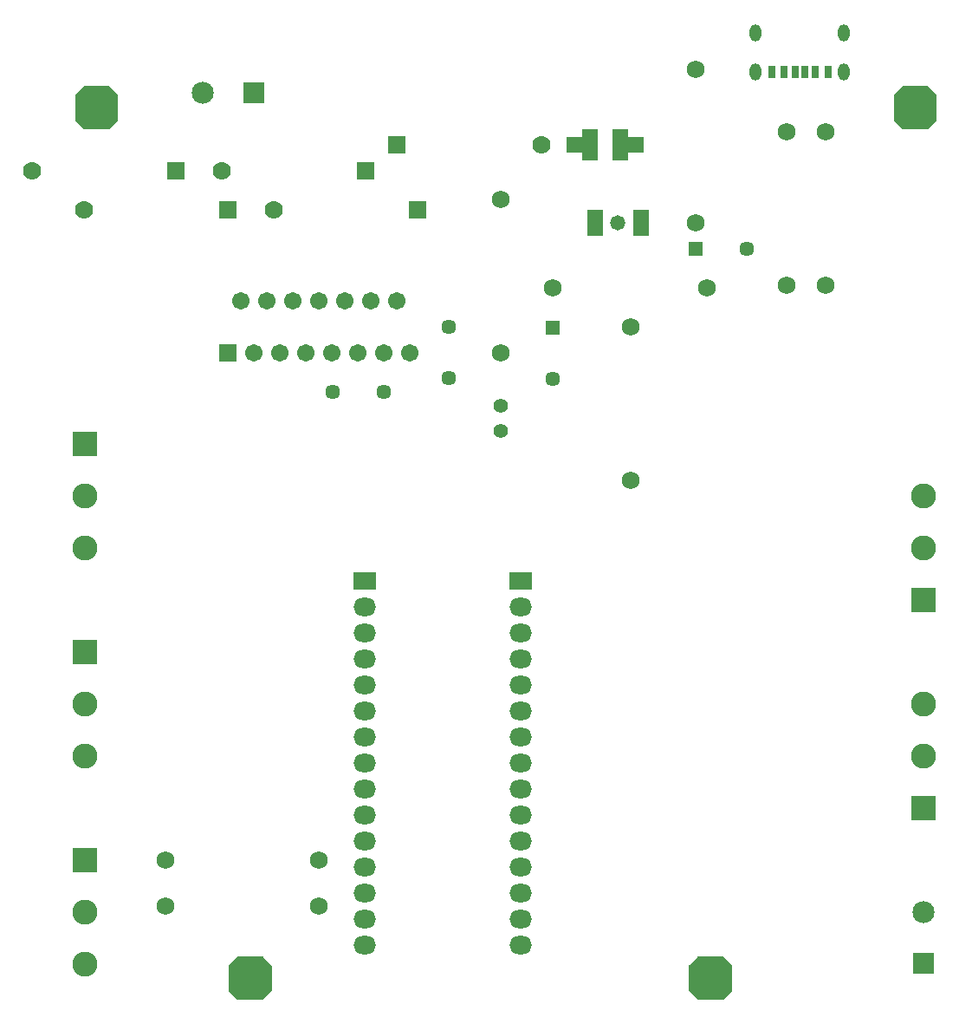
<source format=gts>
%FSLAX66Y66*%
%MOIN*%
%SFA1B1*%

%IPPOS*%
%AMD22*
4,1,8,0.000000,-0.033500,0.000000,-0.033500,0.021700,-0.011800,0.021700,0.011800,0.000000,0.033500,0.000000,0.033500,-0.021700,0.011800,-0.021700,-0.011800,0.000000,-0.033500,0.0*
1,1,0.043307,0.000000,-0.011800*
1,1,0.043307,0.000000,-0.011800*
1,1,0.043307,0.000000,0.011800*
1,1,0.043307,0.000000,0.011800*
%
%ADD17R,0.031496X0.047244*%
%ADD18R,0.029921X0.047244*%
%ADD19R,0.027559X0.047244*%
%ADD20C,0.063114*%
%ADD21R,0.064102X0.019811*%
G04~CAMADD=22~8~0.0~0.0~433.1~669.3~216.5~0.0~15~0.0~0.0~0.0~0.0~0~0.0~0.0~0.0~0.0~0~0.0~0.0~0.0~180.0~434.0~669.0*
%ADD22D22*%
%ADD23O,0.086740X0.070992*%
%ADD24R,0.086740X0.070992*%
%ADD25C,0.057212*%
%ADD26R,0.057212X0.057212*%
%ADD27R,0.067055X0.067055*%
%ADD28C,0.067055*%
%ADD29R,0.070008X0.070008*%
%ADD30C,0.070008*%
%ADD31C,0.068000*%
%ADD32R,0.057212X0.057212*%
%ADD33C,0.055244*%
%ADD34C,0.084771*%
%ADD35R,0.084771X0.084771*%
%ADD36R,0.096582X0.096582*%
%ADD37C,0.096582*%
%ADD38R,0.084771X0.084771*%
%ADD39C,0.058000*%
%LNplatine-1*%
%LPD*%
G36*
X3591074Y3626023D02*
X3591590Y3625921D01*
X3592086Y3625751*
X3592555Y3625519*
X3592992Y3625228*
X3593385Y3624881*
X3624881Y3593385*
X3625228Y3592992*
X3625519Y3592555*
X3625751Y3592086*
X3625921Y3591590*
X3626023Y3591074*
X3626055Y3590551*
Y3496062*
X3626023Y3495539*
X3625921Y3495027*
X3625751Y3494527*
X3625519Y3494059*
X3625228Y3493622*
X3624881Y3493228*
X3593385Y3461732*
X3592992Y3461385*
X3592555Y3461094*
X3592086Y3460862*
X3591590Y3460692*
X3591074Y3460590*
X3590551Y3460559*
X3496062*
X3495539Y3460590*
X3495027Y3460692*
X3494527Y3460862*
X3494059Y3461094*
X3493622Y3461385*
X3493228Y3461732*
X3461732Y3493228*
X3461385Y3493622*
X3461094Y3494059*
X3460862Y3494527*
X3460692Y3495027*
X3460590Y3495539*
X3460559Y3496062*
Y3590551*
X3460590Y3591074*
X3460692Y3591590*
X3460862Y3592086*
X3461094Y3592555*
X3461385Y3592992*
X3461732Y3593385*
X3493228Y3624881*
X3493622Y3625228*
X3494059Y3625519*
X3494527Y3625751*
X3495027Y3625921*
X3495539Y3626023*
X3496062Y3626055*
X3590551*
X3591074Y3626023*
G37*
G36*
X441468D02*
X441984Y3625921D01*
X442480Y3625751*
X442948Y3625519*
X443385Y3625228*
X443779Y3624881*
X475275Y3593385*
X475622Y3592992*
X475913Y3592555*
X476145Y3592086*
X476311Y3591590*
X476417Y3591074*
X476448Y3590551*
Y3496062*
X476417Y3495539*
X476311Y3495027*
X476145Y3494527*
X475913Y3494059*
X475622Y3493622*
X475275Y3493228*
X443779Y3461732*
X443385Y3461385*
X442948Y3461094*
X442480Y3460862*
X441984Y3460692*
X441468Y3460590*
X440944Y3460559*
X346456*
X345933Y3460590*
X345421Y3460692*
X344921Y3460862*
X344452Y3461094*
X344015Y3461385*
X343622Y3461732*
X312125Y3493228*
X311779Y3493622*
X311488Y3494059*
X311255Y3494527*
X311086Y3495027*
X310988Y3495539*
X310952Y3496062*
Y3590551*
X310988Y3591074*
X311086Y3591590*
X311255Y3592086*
X311488Y3592555*
X311779Y3592992*
X312125Y3593385*
X343622Y3624881*
X344015Y3625228*
X344452Y3625519*
X344921Y3625751*
X345421Y3625921*
X345933Y3626023*
X346456Y3626055*
X440944*
X441468Y3626023*
G37*
G36*
X2438582Y3429527D02*
X2497637D01*
Y3370472*
X2438582*
Y3340944*
X2379527*
Y3459055*
X2438582*
Y3429527*
G37*
G36*
X2320472Y3340944D02*
X2261417D01*
Y3370472*
X2202362*
Y3429527*
X2261417*
Y3459055*
X2320472*
Y3340944*
G37*
G36*
X2803673Y279562D02*
X2804185Y279464D01*
X2804685Y279295*
X2805153Y279062*
X2805590Y278771*
X2805984Y278425*
X2837480Y246929*
X2837826Y246535*
X2838118Y246098*
X2838350Y245629*
X2838519Y245133*
X2838622Y244618*
X2838653Y244094*
Y149606*
X2838622Y149082*
X2838519Y148566*
X2838350Y148070*
X2838118Y147602*
X2837826Y147165*
X2837480Y146771*
X2805984Y115275*
X2805590Y114929*
X2805153Y114637*
X2804685Y114405*
X2804185Y114236*
X2803673Y114133*
X2803149Y114102*
X2708661*
X2708137Y114133*
X2707622Y114236*
X2707125Y114405*
X2706657Y114637*
X2706220Y114929*
X2705826Y115275*
X2674330Y146771*
X2673984Y147165*
X2673692Y147602*
X2673460Y148070*
X2673291Y148566*
X2673188Y149082*
X2673157Y149606*
Y244094*
X2673188Y244618*
X2673291Y245133*
X2673460Y245629*
X2673692Y246098*
X2673984Y246535*
X2674330Y246929*
X2705826Y278425*
X2706220Y278771*
X2706657Y279062*
X2707125Y279295*
X2707622Y279464*
X2708137Y279562*
X2708661Y279598*
X2803149*
X2803673Y279562*
G37*
G36*
X1032019D02*
X1032535Y279464D01*
X1033031Y279295*
X1033500Y279062*
X1033937Y278771*
X1034330Y278425*
X1065826Y246929*
X1066173Y246535*
X1066464Y246098*
X1066696Y245629*
X1066866Y245133*
X1066968Y244618*
X1067000Y244094*
Y149606*
X1066968Y149082*
X1066866Y148566*
X1066696Y148070*
X1066464Y147602*
X1066173Y147165*
X1065826Y146771*
X1034330Y115275*
X1033937Y114929*
X1033500Y114637*
X1033031Y114405*
X1032535Y114236*
X1032019Y114133*
X1031496Y114102*
X937007*
X936484Y114133*
X935968Y114236*
X935472Y114405*
X935003Y114637*
X934566Y114929*
X934173Y115275*
X902677Y146771*
X902330Y147165*
X902039Y147602*
X901807Y148070*
X901637Y148566*
X901535Y149082*
X901503Y149606*
Y244094*
X901535Y244618*
X901637Y245133*
X901807Y245629*
X902039Y246098*
X902330Y246535*
X902677Y246929*
X934173Y278425*
X934566Y278771*
X935003Y279062*
X935472Y279295*
X935968Y279464*
X936484Y279562*
X937007Y279598*
X1031496*
X1032019Y279562*
G37*
G54D17*
X3208267Y3681889D03*
X2991732D03*
G54D18*
X3159842Y3681889D03*
X3040157D03*
G54D19*
X3119685Y3681889D03*
X3080314D03*
G54D20*
X2285409Y3401846D03*
X2414590Y3398153D03*
G54D21*
X2487086Y3060629D03*
Y3080314D03*
Y3100000D03*
Y3119685D03*
Y3139370D03*
X2312913D03*
Y3119685D03*
Y3100000D03*
Y3080314D03*
Y3060629D03*
G54D22*
X3270078Y3681889D03*
X2929921D03*
X3270078Y3831496D03*
X2929921D03*
G54D23*
X2025000Y325000D03*
Y425000D03*
Y525000D03*
Y625000D03*
Y725000D03*
Y825000D03*
Y925000D03*
Y1025000D03*
Y1125000D03*
Y1225000D03*
Y1325000D03*
Y1425000D03*
Y1525000D03*
Y1625000D03*
X1425000Y325000D03*
Y425000D03*
Y525000D03*
Y625000D03*
Y725000D03*
Y825000D03*
Y925000D03*
Y1025000D03*
Y1125000D03*
Y1225000D03*
Y1325000D03*
Y1425000D03*
Y1525000D03*
Y1625000D03*
G54D24*
X2025000Y1725000D03*
X1425000D03*
G54D25*
X2150000Y2500000D03*
X1750000Y2503149D03*
Y2700000D03*
X1498425Y2450000D03*
X1301574D03*
X2896850Y3000000D03*
G54D26*
X2150000Y2696850D03*
G54D27*
X900000Y2600000D03*
G54D28*
X950000Y2800000D03*
X1000000Y2600000D03*
X1050000Y2800000D03*
X1100000Y2600000D03*
X1150000Y2800000D03*
X1200000Y2600000D03*
X1250000Y2800000D03*
X1300000Y2600000D03*
X1350000Y2800000D03*
X1400000Y2600000D03*
X1450000Y2800000D03*
X1500000Y2600000D03*
X1550000Y2800000D03*
X1600000Y2600000D03*
G54D29*
X1430118Y3300000D03*
X1550000Y3400000D03*
X900000Y3150000D03*
X1630118D03*
X700000Y3300000D03*
G54D30*
X875000Y3300000D03*
X2105118Y3400000D03*
X344881Y3150000D03*
X1075000D03*
X144881Y3300000D03*
G54D31*
X2700000Y3100000D03*
Y3690551D03*
X3200000Y2859448D03*
Y3450000D03*
X3050000Y2859448D03*
Y3450000D03*
X1950000Y3190551D03*
Y2600000D03*
X2740551Y2850000D03*
X2150000D03*
X2450000Y2109448D03*
Y2700000D03*
X659448Y650000D03*
X1250000D03*
X659448Y475000D03*
X1250000D03*
G54D32*
X2700000Y3000000D03*
G54D33*
X1950000Y2398425D03*
Y2300000D03*
G54D34*
X803149Y3600000D03*
X3575000Y450000D03*
G54D35*
X1000000Y3600000D03*
G54D36*
X350000Y2250000D03*
Y1450000D03*
Y650000D03*
X3575000Y1650000D03*
Y850000D03*
G54D37*
X350000Y2050000D03*
Y1850000D03*
Y1250000D03*
Y1050000D03*
Y450000D03*
Y250000D03*
X3575000Y1850000D03*
Y2050000D03*
Y1050000D03*
Y1250000D03*
G54D38*
X3575000Y253149D03*
G54D39*
X2400000Y3100000D03*
M02*
</source>
